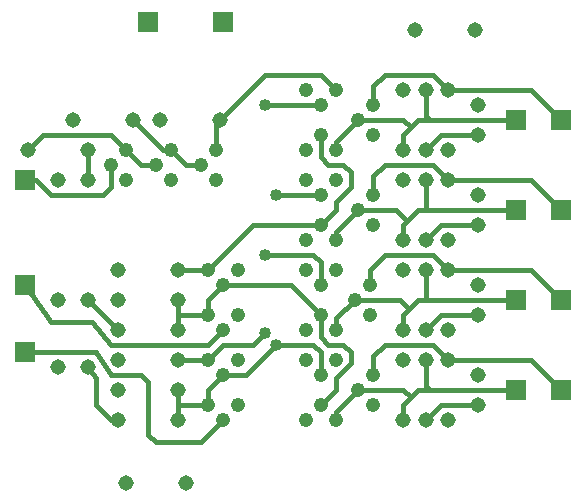
<source format=gbl>
G75*
G70*
%OFA0B0*%
%FSLAX24Y24*%
%IPPOS*%
%LPD*%
%AMOC8*
5,1,8,0,0,1.08239X$1,22.5*
%
%ADD10C,0.0515*%
%ADD11C,0.0476*%
%ADD12R,0.0709X0.0709*%
%ADD13C,0.0160*%
%ADD14C,0.0400*%
D10*
X004600Y002035D03*
X006600Y002035D03*
X006350Y004160D03*
X006350Y005160D03*
X006350Y006160D03*
X006350Y007160D03*
X006350Y008160D03*
X006350Y009160D03*
X004350Y009160D03*
X004350Y008160D03*
X004350Y007160D03*
X003350Y008160D03*
X002350Y008160D03*
X004350Y006160D03*
X004350Y005160D03*
X004350Y004160D03*
X003350Y005910D03*
X002350Y005910D03*
X002350Y012160D03*
X003350Y012160D03*
X003350Y013160D03*
X002850Y014160D03*
X001350Y013160D03*
X004850Y014160D03*
X005725Y014160D03*
X007725Y014160D03*
X013850Y013160D03*
X014600Y013160D03*
X015350Y013160D03*
X016350Y013660D03*
X016350Y014660D03*
X015350Y015160D03*
X014600Y015160D03*
X013850Y015160D03*
X014225Y017160D03*
X016225Y017160D03*
X015350Y012160D03*
X014600Y012160D03*
X013850Y012160D03*
X013850Y010160D03*
X014600Y010160D03*
X015350Y010160D03*
X016350Y010660D03*
X016350Y011660D03*
X015350Y009160D03*
X014600Y009160D03*
X013850Y009160D03*
X013850Y007160D03*
X014600Y007160D03*
X015350Y007160D03*
X016350Y007660D03*
X016350Y008660D03*
X015350Y006160D03*
X014600Y006160D03*
X013850Y006160D03*
X013850Y004160D03*
X014600Y004160D03*
X015350Y004160D03*
X016350Y004660D03*
X016350Y005660D03*
D11*
X012850Y005660D03*
X012350Y005160D03*
X012850Y004660D03*
X011600Y004160D03*
X011100Y004660D03*
X010600Y004160D03*
X011100Y005660D03*
X010600Y006160D03*
X011600Y006160D03*
X011600Y007160D03*
X011100Y007660D03*
X010600Y007160D03*
X011100Y008660D03*
X010600Y009160D03*
X011600Y009160D03*
X011600Y010160D03*
X011100Y010660D03*
X010600Y010160D03*
X011100Y011660D03*
X010600Y012160D03*
X011600Y012160D03*
X011600Y013160D03*
X011100Y013660D03*
X010600Y013160D03*
X011100Y014660D03*
X010600Y015160D03*
X011600Y015160D03*
X012350Y014160D03*
X012850Y013660D03*
X012850Y014660D03*
X012850Y011660D03*
X012350Y011160D03*
X012850Y010660D03*
X012725Y008660D03*
X012225Y008160D03*
X012725Y007660D03*
X008350Y007660D03*
X007850Y007160D03*
X007350Y007660D03*
X007850Y008660D03*
X007350Y009160D03*
X008350Y009160D03*
X007600Y012160D03*
X007100Y012660D03*
X007600Y013160D03*
X006100Y013160D03*
X005600Y012660D03*
X006100Y012160D03*
X004600Y012160D03*
X004100Y012660D03*
X004600Y013160D03*
X007350Y006160D03*
X007850Y005660D03*
X008350Y006160D03*
X008350Y004660D03*
X007850Y004160D03*
X007350Y004660D03*
D12*
X001225Y006410D03*
X001225Y008660D03*
X001225Y012160D03*
X005350Y017410D03*
X007850Y017410D03*
X017600Y014160D03*
X019100Y014160D03*
X019100Y011160D03*
X017600Y011160D03*
X017600Y008160D03*
X019100Y008160D03*
X019100Y005160D03*
X017600Y005160D03*
D13*
X014725Y005160D01*
X014600Y005285D01*
X014600Y006160D01*
X014850Y006660D02*
X015350Y006160D01*
X018100Y006160D01*
X019100Y005160D01*
X016350Y004660D02*
X015100Y004660D01*
X014600Y004160D01*
X013850Y004160D02*
X013850Y004660D01*
X014100Y004910D01*
X013850Y005160D01*
X012350Y005160D01*
X011600Y004410D01*
X011600Y004160D01*
X011100Y004660D02*
X011600Y005160D01*
X011600Y005535D01*
X012100Y006035D01*
X012100Y006410D01*
X011850Y006660D01*
X011350Y006660D01*
X011100Y006910D01*
X011100Y007660D01*
X010100Y008660D01*
X007850Y008660D01*
X007350Y008160D01*
X007350Y007660D01*
X006350Y007660D01*
X006350Y008160D01*
X006350Y007660D02*
X006350Y007160D01*
X007350Y006660D02*
X007850Y007160D01*
X007850Y006660D02*
X008850Y006660D01*
X009225Y007035D01*
X009600Y006660D02*
X008600Y005660D01*
X007850Y005660D01*
X007350Y005160D01*
X007350Y004660D01*
X006350Y004660D01*
X006350Y004160D01*
X006350Y004660D02*
X006350Y005160D01*
X006350Y006160D02*
X007350Y006160D01*
X007850Y006660D01*
X007350Y006660D02*
X004100Y006660D01*
X003475Y007410D01*
X002100Y007410D01*
X001225Y008660D01*
X003350Y008160D02*
X004350Y007160D01*
X003600Y006410D02*
X004100Y005660D01*
X005100Y005660D01*
X005350Y005410D01*
X005350Y003660D01*
X005600Y003410D01*
X007100Y003410D01*
X007850Y004160D01*
X009600Y006660D02*
X010850Y006660D01*
X011100Y006410D01*
X011100Y005660D01*
X011600Y007160D02*
X011600Y007535D01*
X012225Y008160D01*
X013725Y008160D01*
X014038Y007848D01*
X013850Y007660D01*
X013850Y007160D01*
X013225Y006660D02*
X014850Y006660D01*
X014600Y007160D02*
X015100Y007660D01*
X016350Y007660D01*
X017600Y008160D02*
X014600Y008160D01*
X014600Y009160D01*
X014850Y009660D02*
X015350Y009160D01*
X018100Y009160D01*
X019100Y008160D01*
X016350Y010660D02*
X015100Y010660D01*
X014600Y010160D01*
X014850Y009660D02*
X013225Y009660D01*
X012725Y009160D01*
X012725Y008660D01*
X014038Y007848D02*
X014350Y008160D01*
X014600Y008160D01*
X013225Y006660D02*
X012850Y006285D01*
X012850Y005660D01*
X014100Y004910D02*
X014350Y005160D01*
X014725Y005160D01*
X011100Y008660D02*
X011100Y009410D01*
X010850Y009660D01*
X009225Y009660D01*
X008850Y010660D02*
X007350Y009160D01*
X006350Y009160D01*
X008850Y010660D02*
X011100Y010660D01*
X011600Y011160D01*
X011600Y011410D01*
X012100Y011910D01*
X012100Y012410D01*
X011850Y012660D01*
X011350Y012660D01*
X011100Y012910D01*
X011100Y013660D01*
X011600Y013410D02*
X011600Y013160D01*
X011600Y013410D02*
X012350Y014160D01*
X013850Y014160D01*
X014100Y013910D01*
X013850Y013660D01*
X013850Y013160D01*
X013225Y012660D02*
X014850Y012660D01*
X015350Y012160D01*
X018100Y012160D01*
X019100Y011160D01*
X017600Y011160D02*
X014600Y011160D01*
X014600Y012160D01*
X014600Y013160D02*
X015100Y013660D01*
X016350Y013660D01*
X017600Y014160D02*
X014725Y014160D01*
X014600Y014285D01*
X014600Y015160D01*
X014850Y015660D02*
X015350Y015160D01*
X018100Y015160D01*
X019100Y014160D01*
X014725Y014160D02*
X014350Y014160D01*
X014100Y013910D01*
X012850Y014660D02*
X012850Y015285D01*
X013225Y015660D01*
X014850Y015660D01*
X011600Y015160D02*
X011100Y015660D01*
X009225Y015660D01*
X007725Y014160D01*
X007600Y014035D01*
X007600Y013160D01*
X007100Y012660D02*
X006600Y012660D01*
X006100Y013160D01*
X005850Y013160D01*
X004850Y014160D01*
X004100Y013660D02*
X001850Y013660D01*
X001350Y013160D01*
X001225Y012160D02*
X001600Y012160D01*
X002100Y011660D01*
X003850Y011660D01*
X004100Y011910D01*
X004100Y012660D01*
X004600Y013160D02*
X005100Y012660D01*
X005600Y012660D01*
X004600Y013160D02*
X004100Y013660D01*
X003350Y013160D02*
X003350Y012160D01*
X009225Y014660D02*
X011100Y014660D01*
X013225Y012660D02*
X012850Y012285D01*
X012850Y011660D01*
X012350Y011160D02*
X011600Y010410D01*
X011600Y010160D01*
X012350Y011160D02*
X013600Y011160D01*
X013975Y010785D01*
X013850Y010660D01*
X013850Y010160D01*
X013975Y010785D02*
X014350Y011160D01*
X014600Y011160D01*
X011100Y011660D02*
X009600Y011660D01*
X003600Y006410D02*
X001225Y006410D01*
X003350Y005910D02*
X003600Y005535D01*
X003600Y004660D01*
X004100Y004160D01*
X004350Y004160D01*
D14*
X009225Y007035D03*
X009600Y006660D03*
X009225Y009660D03*
X009600Y011660D03*
X009225Y014660D03*
M02*

</source>
